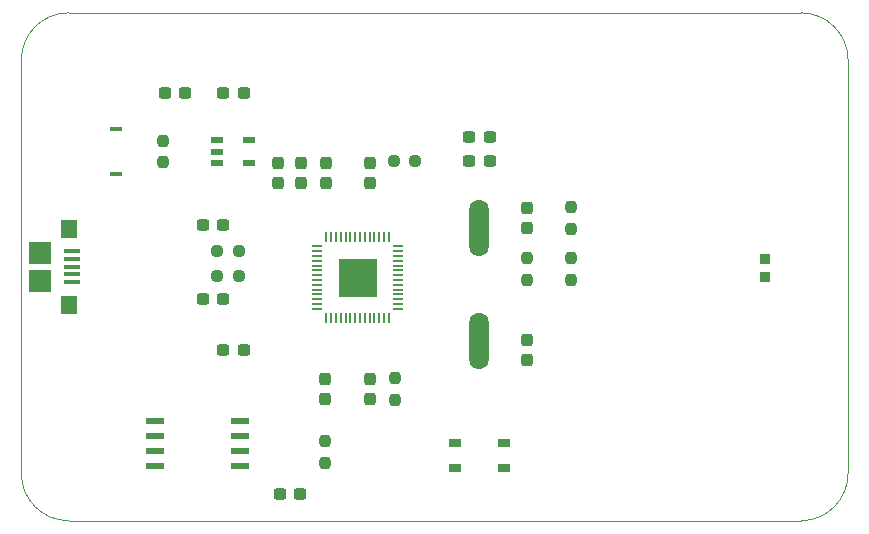
<source format=gtp>
G04 #@! TF.GenerationSoftware,KiCad,Pcbnew,(6.0.0-rc1-318-g91359c047d)*
G04 #@! TF.CreationDate,2022-02-27T09:20:33+02:00*
G04 #@! TF.ProjectId,ControlUnitRP2040,436f6e74-726f-46c5-956e-697452503230,rev?*
G04 #@! TF.SameCoordinates,Original*
G04 #@! TF.FileFunction,Paste,Top*
G04 #@! TF.FilePolarity,Positive*
%FSLAX46Y46*%
G04 Gerber Fmt 4.6, Leading zero omitted, Abs format (unit mm)*
G04 Created by KiCad (PCBNEW (6.0.0-rc1-318-g91359c047d)) date 2022-02-27 09:20:33*
%MOMM*%
%LPD*%
G01*
G04 APERTURE LIST*
G04 Aperture macros list*
%AMRoundRect*
0 Rectangle with rounded corners*
0 $1 Rounding radius*
0 $2 $3 $4 $5 $6 $7 $8 $9 X,Y pos of 4 corners*
0 Add a 4 corners polygon primitive as box body*
4,1,4,$2,$3,$4,$5,$6,$7,$8,$9,$2,$3,0*
0 Add four circle primitives for the rounded corners*
1,1,$1+$1,$2,$3*
1,1,$1+$1,$4,$5*
1,1,$1+$1,$6,$7*
1,1,$1+$1,$8,$9*
0 Add four rect primitives between the rounded corners*
20,1,$1+$1,$2,$3,$4,$5,0*
20,1,$1+$1,$4,$5,$6,$7,0*
20,1,$1+$1,$6,$7,$8,$9,0*
20,1,$1+$1,$8,$9,$2,$3,0*%
G04 Aperture macros list end*
G04 #@! TA.AperFunction,Profile*
%ADD10C,0.100000*%
G04 #@! TD*
%ADD11C,0.152400*%
%ADD12RoundRect,0.237500X0.250000X0.237500X-0.250000X0.237500X-0.250000X-0.237500X0.250000X-0.237500X0*%
%ADD13R,1.610000X0.580000*%
%ADD14RoundRect,0.237500X-0.237500X0.250000X-0.237500X-0.250000X0.237500X-0.250000X0.237500X0.250000X0*%
%ADD15R,1.041400X0.660400*%
%ADD16RoundRect,0.237500X0.300000X0.237500X-0.300000X0.237500X-0.300000X-0.237500X0.300000X-0.237500X0*%
%ADD17RoundRect,0.237500X0.237500X-0.300000X0.237500X0.300000X-0.237500X0.300000X-0.237500X-0.300000X0*%
%ADD18R,0.999999X0.500000*%
%ADD19R,0.950000X0.950000*%
%ADD20RoundRect,0.237500X-0.237500X0.300000X-0.237500X-0.300000X0.237500X-0.300000X0.237500X0.300000X0*%
%ADD21RoundRect,0.237500X0.237500X-0.250000X0.237500X0.250000X-0.237500X0.250000X-0.237500X-0.250000X0*%
%ADD22RoundRect,0.664200X0.145800X-1.695800X0.145800X1.695800X-0.145800X1.695800X-0.145800X-1.695800X0*%
%ADD23RoundRect,0.237500X-0.250000X-0.237500X0.250000X-0.237500X0.250000X0.237500X-0.250000X0.237500X0*%
%ADD24RoundRect,0.237500X-0.300000X-0.237500X0.300000X-0.237500X0.300000X0.237500X-0.300000X0.237500X0*%
%ADD25R,1.350000X0.400000*%
%ADD26R,1.400000X1.600000*%
%ADD27R,1.900000X1.900000*%
%ADD28R,1.041400X0.454000*%
%ADD29R,0.177800X0.812800*%
%ADD30R,0.812800X0.177800*%
%ADD31R,3.200400X3.200400*%
G04 APERTURE END LIST*
D10*
X110000001Y-71000001D02*
X172000000Y-71000000D01*
X106000001Y-109999999D02*
X106000001Y-75000001D01*
X171999999Y-113999999D02*
X110000001Y-113999999D01*
X176000000Y-75000000D02*
X175999999Y-109999999D01*
X176000000Y-75000000D02*
G75*
G03*
X172000000Y-71000000I-4000000J0D01*
G01*
X110000001Y-71000001D02*
G75*
G03*
X106000001Y-75000001I0J-4000000D01*
G01*
X106000001Y-109999999D02*
G75*
G03*
X110000001Y-113999999I4000000J0D01*
G01*
X171999999Y-113999999D02*
G75*
G03*
X175999999Y-109999999I0J4000000D01*
G01*
D11*
X135968200Y-94926200D02*
X135968200Y-93526000D01*
X134368000Y-93326000D02*
X134368000Y-91925800D01*
X135968200Y-91925800D02*
X134568000Y-91925800D01*
X132967800Y-94926200D02*
X134368000Y-94926200D01*
X134368000Y-91925800D02*
X132967800Y-91925800D01*
X134568000Y-93326000D02*
X135968200Y-93326000D01*
X134368000Y-93526000D02*
X132967800Y-93526000D01*
X134368000Y-94926200D02*
X134368000Y-93526000D01*
X132967800Y-93526000D02*
X132967800Y-94926200D01*
X134568000Y-93526000D02*
X134568000Y-94926200D01*
X134568000Y-91925800D02*
X134568000Y-93326000D01*
X134568000Y-94926200D02*
X135968200Y-94926200D01*
X135968200Y-93526000D02*
X134568000Y-93526000D01*
X132967800Y-93326000D02*
X134368000Y-93326000D01*
X135968200Y-93326000D02*
X135968200Y-91925800D01*
X132967800Y-91925800D02*
X132967800Y-93326000D01*
D12*
X124412500Y-91186000D03*
X122587500Y-91186000D03*
D13*
X124509000Y-109347000D03*
X124509000Y-108077000D03*
X124509000Y-106807000D03*
X124509000Y-105537000D03*
X117299000Y-105537000D03*
X117299000Y-106807000D03*
X117299000Y-108077000D03*
X117299000Y-109347000D03*
D14*
X152500000Y-87479500D03*
X152500000Y-89304500D03*
D15*
X142705000Y-107383001D03*
X146855000Y-107383001D03*
X142705000Y-109532999D03*
X146855000Y-109532999D03*
D16*
X123112500Y-95250000D03*
X121387500Y-95250000D03*
D17*
X131826000Y-85444500D03*
X131826000Y-83719500D03*
D12*
X122587500Y-93250000D03*
X124412500Y-93250000D03*
D18*
X122602000Y-81799999D03*
X122602000Y-82750000D03*
X122602000Y-83700001D03*
X125302000Y-83700001D03*
X125302000Y-81799999D03*
D19*
X169000000Y-93350000D03*
X169000000Y-91850000D03*
D16*
X124814500Y-77750000D03*
X123089500Y-77750000D03*
D20*
X131730000Y-102007500D03*
X131730000Y-103732500D03*
D14*
X131730000Y-107291500D03*
X131730000Y-109116500D03*
D21*
X152500000Y-93622500D03*
X152500000Y-91797500D03*
D17*
X127762000Y-85444500D03*
X127762000Y-83719500D03*
X129698000Y-85444500D03*
X129698000Y-83719500D03*
D14*
X137668000Y-101957500D03*
X137668000Y-103782500D03*
D22*
X144724400Y-98770000D03*
X144724400Y-89190000D03*
D23*
X137517500Y-83566000D03*
X139342500Y-83566000D03*
D16*
X123112500Y-89000000D03*
X121387500Y-89000000D03*
D24*
X118137500Y-77750000D03*
X119862500Y-77750000D03*
X143917500Y-81534000D03*
X145642500Y-81534000D03*
D14*
X118000000Y-81837500D03*
X118000000Y-83662500D03*
D25*
X110275000Y-91200000D03*
X110275000Y-91850000D03*
X110275000Y-92500000D03*
X110275000Y-93150000D03*
X110275000Y-93800000D03*
D26*
X110050000Y-89300000D03*
X110050000Y-95700000D03*
D27*
X107600000Y-93700000D03*
X107600000Y-91300000D03*
D24*
X143917500Y-83566000D03*
X145642500Y-83566000D03*
D17*
X148788400Y-89254500D03*
X148788400Y-87529500D03*
D20*
X135540000Y-102007500D03*
X135540000Y-103732500D03*
D17*
X135540000Y-85444500D03*
X135540000Y-83719500D03*
D28*
X114000000Y-80846600D03*
X114000000Y-84653400D03*
D21*
X148788400Y-93622500D03*
X148788400Y-91797500D03*
D20*
X148788400Y-98705500D03*
X148788400Y-100430500D03*
D24*
X129612500Y-111750000D03*
X127887500Y-111750000D03*
D16*
X124814500Y-99568000D03*
X123089500Y-99568000D03*
D29*
X131826400Y-96829600D03*
X132232800Y-96829600D03*
X132639200Y-96829600D03*
X133045600Y-96829600D03*
X133452000Y-96829600D03*
X133858400Y-96829600D03*
X134264800Y-96829600D03*
X134671200Y-96829600D03*
X135077600Y-96829600D03*
X135484000Y-96829600D03*
X135890400Y-96829600D03*
X136296800Y-96829600D03*
X136703200Y-96829600D03*
X137109600Y-96829600D03*
D30*
X137871600Y-96067600D03*
X137871600Y-95661200D03*
X137871600Y-95254800D03*
X137871600Y-94848400D03*
X137871600Y-94442000D03*
X137871600Y-94035600D03*
X137871600Y-93629200D03*
X137871600Y-93222800D03*
X137871600Y-92816400D03*
X137871600Y-92410000D03*
X137871600Y-92003600D03*
X137871600Y-91597200D03*
X137871600Y-91190800D03*
X137871600Y-90784400D03*
D29*
X137109600Y-90022400D03*
X136703200Y-90022400D03*
X136296800Y-90022400D03*
X135890400Y-90022400D03*
X135484000Y-90022400D03*
X135077600Y-90022400D03*
X134671200Y-90022400D03*
X134264800Y-90022400D03*
X133858400Y-90022400D03*
X133452000Y-90022400D03*
X133045600Y-90022400D03*
X132639200Y-90022400D03*
X132232800Y-90022400D03*
X131826400Y-90022400D03*
D30*
X131064400Y-90784400D03*
X131064400Y-91190800D03*
X131064400Y-91597200D03*
X131064400Y-92003600D03*
X131064400Y-92410000D03*
X131064400Y-92816400D03*
X131064400Y-93222800D03*
X131064400Y-93629200D03*
X131064400Y-94035600D03*
X131064400Y-94442000D03*
X131064400Y-94848400D03*
X131064400Y-95254800D03*
X131064400Y-95661200D03*
X131064400Y-96067600D03*
D31*
X134468000Y-93426000D03*
M02*

</source>
